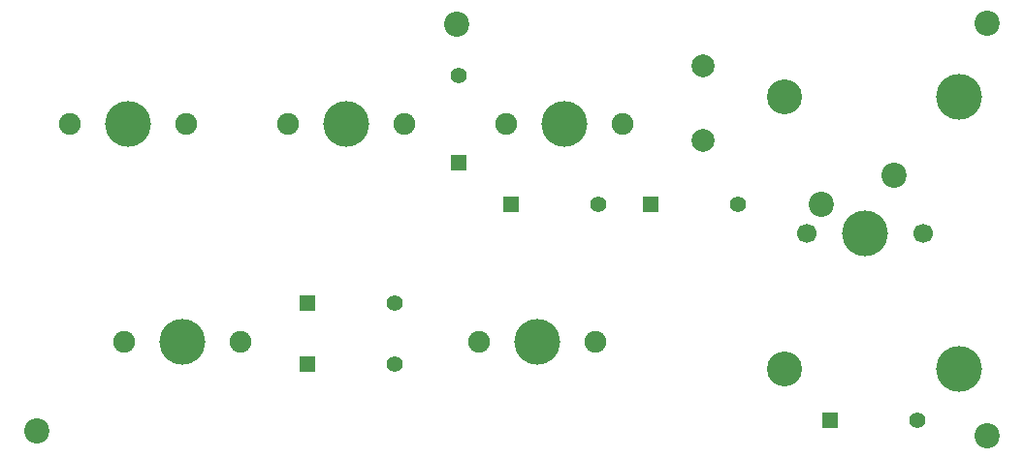
<source format=gts>
G04 #@! TF.GenerationSoftware,KiCad,Pcbnew,(7.0.0)*
G04 #@! TF.CreationDate,2023-09-07T17:01:30+09:00*
G04 #@! TF.ProjectId,iso6,69736f36-2e6b-4696-9361-645f70636258,rev?*
G04 #@! TF.SameCoordinates,Original*
G04 #@! TF.FileFunction,Soldermask,Top*
G04 #@! TF.FilePolarity,Negative*
%FSLAX46Y46*%
G04 Gerber Fmt 4.6, Leading zero omitted, Abs format (unit mm)*
G04 Created by KiCad (PCBNEW (7.0.0)) date 2023-09-07 17:01:30*
%MOMM*%
%LPD*%
G01*
G04 APERTURE LIST*
%ADD10R,1.397000X1.397000*%
%ADD11C,1.397000*%
%ADD12C,2.000000*%
%ADD13C,2.200000*%
%ADD14C,1.900000*%
%ADD15C,4.000000*%
%ADD16C,3.050000*%
%ADD17C,1.700000*%
G04 APERTURE END LIST*
D10*
X102614999Y-52599999D03*
D11*
X110235000Y-52600000D03*
D12*
X107156300Y-40481200D03*
X107156300Y-46981200D03*
D13*
X85650000Y-36875000D03*
D10*
X90414999Y-52599999D03*
D11*
X98035000Y-52600000D03*
D14*
X70961300Y-45561200D03*
D15*
X76041300Y-45561200D03*
D14*
X81121300Y-45561200D03*
X87630000Y-64611200D03*
D15*
X92710000Y-64611200D03*
D14*
X97790000Y-64611200D03*
X56673800Y-64611200D03*
D15*
X61753800Y-64611200D03*
D14*
X66833800Y-64611200D03*
D10*
X72614999Y-61199999D03*
D11*
X80235000Y-61200000D03*
D16*
X114300000Y-43200000D03*
X114300000Y-67000000D03*
D17*
X116220000Y-55100000D03*
D15*
X121300000Y-55100000D03*
D17*
X126380000Y-55100000D03*
D15*
X129540000Y-43200000D03*
X129540000Y-67000000D03*
D13*
X123840000Y-50020000D03*
X117490000Y-52560000D03*
D10*
X118239999Y-71437499D03*
D11*
X125860000Y-71437500D03*
D13*
X132000000Y-36725000D03*
X132000000Y-72800000D03*
D10*
X72599999Y-66599999D03*
D11*
X80220000Y-66600000D03*
D13*
X49025000Y-72375000D03*
D10*
X85799999Y-48984999D03*
D11*
X85800000Y-41365000D03*
D14*
X51911300Y-45561200D03*
D15*
X56991300Y-45561200D03*
D14*
X62071300Y-45561200D03*
X90020000Y-45560000D03*
D15*
X95100000Y-45560000D03*
D14*
X100180000Y-45560000D03*
M02*

</source>
